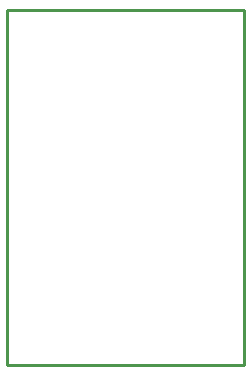
<source format=gbr>
G04 EAGLE Gerber RS-274X export*
G75*
%MOMM*%
%FSLAX34Y34*%
%LPD*%
%IN*%
%IPPOS*%
%AMOC8*
5,1,8,0,0,1.08239X$1,22.5*%
G01*
%ADD10C,0.254000*%


D10*
X0Y0D02*
X200000Y0D01*
X200000Y300000D01*
X0Y300000D01*
X0Y0D01*
M02*

</source>
